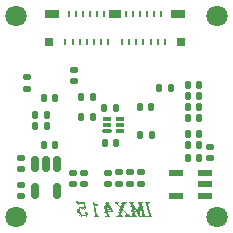
<source format=gbr>
%TF.GenerationSoftware,KiCad,Pcbnew,9.0.2*%
%TF.CreationDate,2025-10-20T10:27:04+08:00*%
%TF.ProjectId,IMX415,494d5834-3135-42e6-9b69-6361645f7063,rev?*%
%TF.SameCoordinates,Original*%
%TF.FileFunction,Soldermask,Bot*%
%TF.FilePolarity,Negative*%
%FSLAX46Y46*%
G04 Gerber Fmt 4.6, Leading zero omitted, Abs format (unit mm)*
G04 Created by KiCad (PCBNEW 9.0.2) date 2025-10-20 10:27:04*
%MOMM*%
%LPD*%
G01*
G04 APERTURE LIST*
G04 Aperture macros list*
%AMRoundRect*
0 Rectangle with rounded corners*
0 $1 Rounding radius*
0 $2 $3 $4 $5 $6 $7 $8 $9 X,Y pos of 4 corners*
0 Add a 4 corners polygon primitive as box body*
4,1,4,$2,$3,$4,$5,$6,$7,$8,$9,$2,$3,0*
0 Add four circle primitives for the rounded corners*
1,1,$1+$1,$2,$3*
1,1,$1+$1,$4,$5*
1,1,$1+$1,$6,$7*
1,1,$1+$1,$8,$9*
0 Add four rect primitives between the rounded corners*
20,1,$1+$1,$2,$3,$4,$5,0*
20,1,$1+$1,$4,$5,$6,$7,0*
20,1,$1+$1,$6,$7,$8,$9,0*
20,1,$1+$1,$8,$9,$2,$3,0*%
G04 Aperture macros list end*
%ADD10C,0.150000*%
%ADD11RoundRect,0.140000X-0.140000X-0.170000X0.140000X-0.170000X0.140000X0.170000X-0.140000X0.170000X0*%
%ADD12RoundRect,0.135000X-0.185000X0.135000X-0.185000X-0.135000X0.185000X-0.135000X0.185000X0.135000X0*%
%ADD13C,1.800000*%
%ADD14RoundRect,0.140000X0.170000X-0.140000X0.170000X0.140000X-0.170000X0.140000X-0.170000X-0.140000X0*%
%ADD15RoundRect,0.140000X0.140000X0.170000X-0.140000X0.170000X-0.140000X-0.170000X0.140000X-0.170000X0*%
%ADD16R,0.220000X0.520000*%
%ADD17R,0.700000X0.700000*%
%ADD18R,1.200000X0.700000*%
%ADD19R,1.000000X0.700000*%
%ADD20R,1.200000X0.600000*%
%ADD21RoundRect,0.135000X0.185000X-0.135000X0.185000X0.135000X-0.185000X0.135000X-0.185000X-0.135000X0*%
%ADD22RoundRect,0.070000X0.355000X-0.070000X0.355000X0.070000X-0.355000X0.070000X-0.355000X-0.070000X0*%
%ADD23RoundRect,0.070000X0.305000X-0.070000X0.305000X0.070000X-0.305000X0.070000X-0.305000X-0.070000X0*%
%ADD24RoundRect,0.150000X-0.150000X0.512500X-0.150000X-0.512500X0.150000X-0.512500X0.150000X0.512500X0*%
%ADD25RoundRect,0.140000X-0.170000X0.140000X-0.170000X-0.140000X0.170000X-0.140000X0.170000X0.140000X0*%
G04 APERTURE END LIST*
D10*
G36*
X166051933Y-117714819D02*
G01*
X165640195Y-117714819D01*
X165781728Y-117835475D01*
X165974618Y-118763177D01*
X165884841Y-118857876D01*
X166289594Y-118857876D01*
X166147506Y-118755160D01*
X165954218Y-117825632D01*
X166051933Y-117714819D01*
G37*
G36*
X165611618Y-117765384D02*
G01*
X165718859Y-117855003D01*
X165907940Y-118764606D01*
X165796254Y-118929000D01*
X166247920Y-118929000D01*
X166265463Y-118908678D01*
X165843326Y-118908678D01*
X165934135Y-118773576D01*
X165741482Y-117846985D01*
X165622732Y-117747603D01*
X165611618Y-117765384D01*
G37*
G36*
X164423872Y-117840794D02*
G01*
X164616683Y-118768098D01*
X164525159Y-118908678D01*
X164945629Y-118908678D01*
X164937612Y-118929000D01*
X164476420Y-118929000D01*
X164591520Y-118755636D01*
X164404424Y-117855876D01*
X164291309Y-117784038D01*
X164306470Y-117768877D01*
X164423872Y-117840794D01*
G37*
G36*
X164684155Y-117831030D02*
G01*
X165039773Y-118463760D01*
X165118040Y-117845239D01*
X164993177Y-117767130D01*
X165008180Y-117752048D01*
X165139949Y-117838095D01*
X165054537Y-118496702D01*
X165101847Y-118574017D01*
X165164319Y-118065992D01*
X165334189Y-118065992D01*
X165443256Y-118590845D01*
X165456909Y-118656571D01*
X165462682Y-118713174D01*
X165455768Y-118759419D01*
X165437665Y-118797968D01*
X165407932Y-118830649D01*
X165402931Y-118843985D01*
X165452729Y-118822163D01*
X165483358Y-118795566D01*
X165499694Y-118764050D01*
X165504980Y-118726259D01*
X165501866Y-118662689D01*
X165485168Y-118562428D01*
X165352605Y-117924935D01*
X165334189Y-118065992D01*
X165164319Y-118065992D01*
X165193212Y-117831030D01*
X165043107Y-117714819D01*
X165492233Y-117714819D01*
X165400391Y-117824759D01*
X165553037Y-118558856D01*
X165573921Y-118639394D01*
X165596812Y-118697008D01*
X165620826Y-118736744D01*
X165652499Y-118770628D01*
X165701050Y-118807573D01*
X165771250Y-118847954D01*
X165791571Y-118857876D01*
X165404122Y-118857876D01*
X165382531Y-118908678D01*
X165809034Y-118908678D01*
X165797603Y-118929000D01*
X165343318Y-118929000D01*
X165399915Y-118825331D01*
X165428508Y-118777974D01*
X165439366Y-118739204D01*
X165438264Y-118693662D01*
X165423808Y-118605927D01*
X165326092Y-118136083D01*
X165237029Y-118852796D01*
X165176304Y-118852796D01*
X164663675Y-117940970D01*
X164691934Y-118076708D01*
X165154952Y-118908678D01*
X165230520Y-118908678D01*
X165227821Y-118929000D01*
X165144394Y-118929000D01*
X164707572Y-118152039D01*
X164831879Y-118749841D01*
X164975079Y-118857876D01*
X164575406Y-118857876D01*
X164659786Y-118749841D01*
X164470229Y-117838095D01*
X164325680Y-117714819D01*
X164766074Y-117714819D01*
X164684155Y-117831030D01*
G37*
G36*
X163092766Y-117714819D02*
G01*
X163310344Y-117842540D01*
X163663501Y-118204032D01*
X163457195Y-118740871D01*
X163330427Y-118857876D01*
X163778680Y-118857876D01*
X163645482Y-118748016D01*
X163774473Y-118415735D01*
X164086908Y-118740871D01*
X163983636Y-118929000D01*
X164458719Y-118929000D01*
X164467609Y-118908678D01*
X164025469Y-118908678D01*
X164114691Y-118740871D01*
X163781934Y-118393351D01*
X163798048Y-118354137D01*
X164159064Y-118723805D01*
X164080955Y-118857876D01*
X164479596Y-118857876D01*
X164248524Y-118723805D01*
X163821386Y-118286268D01*
X163998242Y-117833650D01*
X164138584Y-117714819D01*
X163680012Y-117714819D01*
X163814718Y-117815869D01*
X163688188Y-118138862D01*
X163648419Y-118097902D01*
X163755898Y-117833650D01*
X163639925Y-117739665D01*
X163627463Y-117754668D01*
X163727242Y-117833650D01*
X163630876Y-118080201D01*
X163391072Y-117833650D01*
X163474897Y-117714819D01*
X163092766Y-117714819D01*
G37*
G36*
X163075462Y-117782212D02*
G01*
X163266130Y-117884214D01*
X163579756Y-118210461D01*
X163386072Y-118720709D01*
X163217471Y-118929000D01*
X163756930Y-118929000D01*
X163768360Y-118908678D01*
X163268829Y-118908678D01*
X163408536Y-118732299D01*
X163607539Y-118210461D01*
X163278592Y-117869132D01*
X163084829Y-117764511D01*
X163075462Y-117782212D01*
G37*
G36*
X162358829Y-117735140D02*
G01*
X162361369Y-117743078D01*
X162406036Y-117838881D01*
X162474991Y-117955496D01*
X162573866Y-118096632D01*
X162680084Y-118230485D01*
X162790432Y-118354356D01*
X162904956Y-118468681D01*
X162911465Y-118474873D01*
X162916069Y-118497178D01*
X162870902Y-118497178D01*
X162864393Y-118490987D01*
X162738915Y-118367731D01*
X162634424Y-118253796D01*
X162548703Y-118148467D01*
X162470214Y-118037603D01*
X162391648Y-117910323D01*
X162313107Y-117765066D01*
X162308979Y-117758002D01*
X162293103Y-117769432D01*
X162298977Y-117780942D01*
X162394954Y-117955970D01*
X162497437Y-118113986D01*
X162606279Y-118256184D01*
X162721468Y-118383615D01*
X162843120Y-118497178D01*
X162534733Y-118497178D01*
X162453369Y-118105999D01*
X162447654Y-118103379D01*
X162375619Y-118057394D01*
X162320269Y-118012578D01*
X162278974Y-117968832D01*
X162262383Y-117968832D01*
X162372244Y-118497178D01*
X162329697Y-118497178D01*
X162226980Y-118003282D01*
X162204675Y-118008601D01*
X162306280Y-118497178D01*
X162236128Y-118504447D01*
X162195943Y-118522103D01*
X162178440Y-118540921D01*
X162170406Y-118564669D01*
X162172130Y-118595767D01*
X162181544Y-118621074D01*
X162198166Y-118641568D01*
X162219931Y-118655294D01*
X162243650Y-118659746D01*
X162275642Y-118654096D01*
X162289297Y-118640515D01*
X162290404Y-118617358D01*
X162279371Y-118593465D01*
X162271830Y-118586400D01*
X162268575Y-118579335D01*
X162270195Y-118568855D01*
X162281167Y-118561542D01*
X162309455Y-118558141D01*
X162325013Y-118558141D01*
X162384945Y-118558141D01*
X162427650Y-118763733D01*
X162344779Y-118857876D01*
X162716510Y-118857876D01*
X162591250Y-118769130D01*
X162562198Y-118629265D01*
X163044266Y-118629265D01*
X163059110Y-118608944D01*
X162557991Y-118608944D01*
X162547433Y-118558141D01*
X163059030Y-118558141D01*
X163052680Y-118527660D01*
X163047282Y-118522341D01*
X162948870Y-118417792D01*
X162849863Y-118290651D01*
X162750246Y-118138068D01*
X162662309Y-117977358D01*
X162605734Y-117844557D01*
X162574343Y-117735140D01*
X162358829Y-117735140D01*
G37*
G36*
X162161096Y-118526310D02*
G01*
X162138070Y-118535326D01*
X162119660Y-118556633D01*
X162109903Y-118584419D01*
X162111008Y-118614976D01*
X162124101Y-118650592D01*
X162147046Y-118679591D01*
X162176818Y-118699235D01*
X162208009Y-118705468D01*
X162239496Y-118700924D01*
X162271830Y-118686656D01*
X162269607Y-118676019D01*
X162239910Y-118691001D01*
X162216344Y-118695308D01*
X162187572Y-118689817D01*
X162160778Y-118672764D01*
X162140258Y-118647342D01*
X162128551Y-118615770D01*
X162127757Y-118580526D01*
X162157048Y-118531708D01*
X162161096Y-118526310D01*
G37*
G36*
X162257938Y-118929000D02*
G01*
X162694840Y-118929000D01*
X162710636Y-118908678D01*
X162302390Y-118908678D01*
X162386691Y-118771274D01*
X162353987Y-118614024D01*
X162330570Y-118614024D01*
X162361607Y-118763177D01*
X162257938Y-118929000D01*
G37*
G36*
X161247921Y-117735140D02*
G01*
X161462006Y-118764923D01*
X161375403Y-118857876D01*
X161749754Y-118857876D01*
X161620129Y-118764923D01*
X161457164Y-117980898D01*
X161513603Y-118002700D01*
X161564722Y-118009474D01*
X161613535Y-118001472D01*
X161648773Y-117979154D01*
X161673868Y-117941288D01*
X161666883Y-117941288D01*
X161635667Y-117968171D01*
X161601172Y-117983841D01*
X161562103Y-117989153D01*
X161505977Y-117980647D01*
X161451687Y-117954464D01*
X161440335Y-117899931D01*
X161487270Y-117924224D01*
X161536048Y-117938604D01*
X161587504Y-117943431D01*
X161627558Y-117937949D01*
X161655770Y-117923110D01*
X161672894Y-117900130D01*
X161674344Y-117872625D01*
X161664167Y-117847089D01*
X161647874Y-117832471D01*
X161624018Y-117826585D01*
X161603646Y-117829868D01*
X161594629Y-117840181D01*
X161594410Y-117860083D01*
X161598776Y-117872387D01*
X161600919Y-117878578D01*
X161597608Y-117888533D01*
X161580439Y-117892628D01*
X161543382Y-117888164D01*
X161503012Y-117873935D01*
X161458196Y-117848017D01*
X161399110Y-117797611D01*
X161351272Y-117735140D01*
X161247921Y-117735140D01*
G37*
G36*
X161207279Y-117748476D02*
G01*
X161186243Y-117760065D01*
X161395486Y-118766352D01*
X161289436Y-118929000D01*
X161734196Y-118929000D01*
X161749119Y-118908678D01*
X161335555Y-118908678D01*
X161420411Y-118773576D01*
X161207279Y-117748476D01*
G37*
G36*
X160585186Y-117735140D02*
G01*
X160130901Y-117735140D01*
X160101451Y-117735140D01*
X160021174Y-117731093D01*
X159980557Y-117722043D01*
X159952846Y-117702740D01*
X159936660Y-117669812D01*
X159936496Y-117661806D01*
X159941344Y-117658937D01*
X159952219Y-117665366D01*
X159978493Y-117674177D01*
X160000232Y-117669430D01*
X160010008Y-117657105D01*
X160010006Y-117634012D01*
X160000376Y-117610791D01*
X159984277Y-117597633D01*
X159959760Y-117592893D01*
X159930753Y-117601006D01*
X159906973Y-117627026D01*
X159894241Y-117662643D01*
X159895701Y-117702516D01*
X159915093Y-117756152D01*
X159948041Y-117798494D01*
X159996274Y-117831427D01*
X160052914Y-117852373D01*
X160131335Y-117866819D01*
X160237506Y-117872307D01*
X160535495Y-117872307D01*
X160597411Y-118169978D01*
X160580344Y-118158389D01*
X160541131Y-118133464D01*
X160496361Y-117918030D01*
X160243619Y-117918030D01*
X160168923Y-117918030D01*
X160053268Y-117905091D01*
X159986657Y-117880169D01*
X159928008Y-117837142D01*
X159895674Y-117800208D01*
X159873583Y-117761932D01*
X159860615Y-117721725D01*
X159856877Y-117676353D01*
X159864346Y-117626868D01*
X159859187Y-117626868D01*
X159855218Y-117637425D01*
X159843022Y-117690403D01*
X159845375Y-117736252D01*
X159865284Y-117790803D01*
X159901342Y-117838960D01*
X159956426Y-117881912D01*
X160020266Y-117912673D01*
X160092766Y-117931709D01*
X160175750Y-117938351D01*
X160246079Y-117938351D01*
X160477151Y-117938351D01*
X160515174Y-118120922D01*
X160453782Y-118095508D01*
X160391808Y-118080507D01*
X160328554Y-118075517D01*
X160235614Y-118083555D01*
X160160365Y-118105912D01*
X160099278Y-118141101D01*
X160049855Y-118189267D01*
X160013600Y-118248032D01*
X159992170Y-118315713D01*
X159986032Y-118394785D01*
X159997385Y-118488367D01*
X160024262Y-118580180D01*
X160063436Y-118659733D01*
X160114842Y-118728759D01*
X160179242Y-118788419D01*
X160252900Y-118835815D01*
X160334483Y-118870047D01*
X160425397Y-118891186D01*
X160527398Y-118898518D01*
X160612239Y-118892870D01*
X160682386Y-118877144D01*
X160740348Y-118852646D01*
X160788158Y-118819933D01*
X160827732Y-118777513D01*
X160855092Y-118728448D01*
X160870873Y-118671277D01*
X160874364Y-118603863D01*
X160861822Y-118597592D01*
X160730064Y-118531692D01*
X160646229Y-118479953D01*
X160674011Y-118576001D01*
X160682867Y-118655155D01*
X160675132Y-118715304D01*
X160654008Y-118761431D01*
X160619066Y-118796787D01*
X160570122Y-118819128D01*
X160502235Y-118827394D01*
X160446373Y-118821553D01*
X160394622Y-118804241D01*
X160345817Y-118774985D01*
X160299184Y-118732299D01*
X160249255Y-118664519D01*
X160208531Y-118578689D01*
X160177972Y-118471142D01*
X160165233Y-118368099D01*
X160172065Y-118291389D01*
X160193927Y-118234275D01*
X160221459Y-118199093D01*
X160257350Y-118173722D01*
X160303421Y-118157585D01*
X160362608Y-118151721D01*
X160436636Y-118160729D01*
X160507901Y-118188030D01*
X160578156Y-118235568D01*
X160648531Y-118307145D01*
X160696872Y-118272456D01*
X160585186Y-117735140D01*
G37*
G36*
X160024295Y-118166406D02*
G01*
X159984986Y-118204011D01*
X159954458Y-118250669D01*
X159932533Y-118308018D01*
X159921251Y-118368909D01*
X159920074Y-118434432D01*
X159929754Y-118505672D01*
X159959086Y-118605824D01*
X160002296Y-118694169D01*
X160059487Y-118772347D01*
X160131615Y-118841445D01*
X160214265Y-118897490D01*
X160302834Y-118937248D01*
X160398578Y-118961385D01*
X160503108Y-118969642D01*
X160593858Y-118960992D01*
X160674808Y-118935844D01*
X160747992Y-118894311D01*
X160746325Y-118886214D01*
X160665926Y-118918655D01*
X160584539Y-118937847D01*
X160501283Y-118944240D01*
X160398894Y-118936406D01*
X160306616Y-118913679D01*
X160222733Y-118876567D01*
X160145903Y-118824696D01*
X160079169Y-118760349D01*
X160025609Y-118686150D01*
X159984547Y-118600872D01*
X159956108Y-118502735D01*
X159945102Y-118404790D01*
X159953753Y-118318942D01*
X159980450Y-118242318D01*
X160025565Y-118172677D01*
X160024295Y-118166406D01*
G37*
G36*
X160573994Y-118508450D02*
G01*
X160600586Y-118594894D01*
X160605434Y-118640752D01*
X160600494Y-118680964D01*
X160586456Y-118716978D01*
X160563898Y-118748213D01*
X160533304Y-118773358D01*
X160493186Y-118792706D01*
X160495409Y-118803422D01*
X160541836Y-118789809D01*
X160577861Y-118765824D01*
X160605507Y-118730790D01*
X160622559Y-118688835D01*
X160628616Y-118640115D01*
X160622415Y-118582431D01*
X160612110Y-118545487D01*
X160594394Y-118502258D01*
X160573994Y-118508450D01*
G37*
G36*
X160192737Y-118341913D02*
G01*
X160199563Y-118328498D01*
X160232350Y-118281101D01*
X160270814Y-118248885D01*
X160315873Y-118229565D01*
X160369593Y-118222845D01*
X160430574Y-118229511D01*
X160483581Y-118248801D01*
X160534229Y-118281947D01*
X160601062Y-118341913D01*
X160617890Y-118331197D01*
X160558528Y-118272897D01*
X160497101Y-118233414D01*
X160432627Y-118210282D01*
X160363560Y-118202524D01*
X160309086Y-118208515D01*
X160266065Y-118225193D01*
X160231877Y-118251938D01*
X160205102Y-118289919D01*
X160185751Y-118341913D01*
X160192737Y-118341913D01*
G37*
D11*
%TO.C,C22*%
X163194999Y-112690000D03*
X162234999Y-112690000D03*
%TD*%
D12*
%TO.C,R3*%
X163480000Y-115180001D03*
X163480000Y-116199999D03*
%TD*%
%TO.C,R4*%
X155655000Y-107090001D03*
X155655000Y-108109999D03*
%TD*%
D13*
%TO.C,J1*%
X154753700Y-101950271D03*
X154753700Y-118950271D03*
X171753700Y-101950271D03*
X171753700Y-118950271D03*
%TD*%
D14*
%TO.C,C21*%
X171160000Y-113990000D03*
X171160000Y-113030000D03*
%TD*%
D11*
%TO.C,C25*%
X169280000Y-113970000D03*
X170240000Y-113970000D03*
%TD*%
D15*
%TO.C,C24*%
X163184999Y-109730000D03*
X162224999Y-109730000D03*
%TD*%
D16*
%TO.C,J2*%
X167328700Y-104125000D03*
X167028700Y-101755000D03*
X166728700Y-104125000D03*
X166428700Y-101755000D03*
X166128700Y-104125000D03*
X165828700Y-101755000D03*
X165528700Y-104125000D03*
X165228700Y-101755000D03*
X164928700Y-104125000D03*
X164628700Y-101755000D03*
X164328701Y-104125000D03*
X164028701Y-101755000D03*
X163728701Y-104125000D03*
X162528699Y-104125000D03*
X162228699Y-101755000D03*
X161928699Y-104125000D03*
X161628700Y-101755000D03*
X161328700Y-104125000D03*
X161028700Y-101755000D03*
X160728700Y-104125000D03*
X160428700Y-101755000D03*
X160128700Y-104125000D03*
X159828700Y-101755000D03*
X159528700Y-104125000D03*
X159228700Y-101755000D03*
X158928700Y-104125000D03*
D17*
X168728700Y-104114999D03*
D18*
X168478700Y-101815000D03*
D19*
X163128700Y-101815000D03*
D18*
X157778700Y-101815000D03*
D17*
X157528700Y-104114999D03*
%TD*%
D11*
%TO.C,C2*%
X165260000Y-112060000D03*
X166220000Y-112060000D03*
%TD*%
%TO.C,C12*%
X157070000Y-108870000D03*
X158030000Y-108870000D03*
%TD*%
D15*
%TO.C,C17*%
X170240000Y-108730000D03*
X169280000Y-108730000D03*
%TD*%
D11*
%TO.C,C13*%
X169270000Y-112860000D03*
X170230000Y-112860000D03*
%TD*%
D14*
%TO.C,C10*%
X159560000Y-116180000D03*
X159560000Y-115220000D03*
%TD*%
%TO.C,C3*%
X162540000Y-116190000D03*
X162540000Y-115230000D03*
%TD*%
D20*
%TO.C,PS1*%
X170780000Y-115260000D03*
X170779999Y-116210000D03*
X170780000Y-117160000D03*
X168280000Y-117160000D03*
X168280000Y-115260000D03*
%TD*%
D15*
%TO.C,C7*%
X170240000Y-110570000D03*
X169280000Y-110570000D03*
%TD*%
D11*
%TO.C,C15*%
X166880000Y-108030000D03*
X167840000Y-108030000D03*
%TD*%
D12*
%TO.C,R1*%
X164420000Y-115190001D03*
X164420000Y-116209999D03*
%TD*%
D14*
%TO.C,C6*%
X159650000Y-107460000D03*
X159650000Y-106500000D03*
%TD*%
D15*
%TO.C,C16*%
X170240000Y-109650000D03*
X169280000Y-109650000D03*
%TD*%
D21*
%TO.C,R2*%
X165360000Y-116209999D03*
X165360000Y-115190001D03*
%TD*%
D11*
%TO.C,C1*%
X160278700Y-110492772D03*
X161238700Y-110492772D03*
%TD*%
D14*
%TO.C,C19*%
X160480000Y-116190000D03*
X160480000Y-115230000D03*
%TD*%
D22*
%TO.C,U3*%
X162479999Y-111709999D03*
D23*
X162430000Y-111210000D03*
X162429999Y-110710000D03*
X163579999Y-110710000D03*
X163579998Y-111210000D03*
X163579999Y-111710000D03*
%TD*%
D11*
%TO.C,C18*%
X157070000Y-112860000D03*
X158030000Y-112860000D03*
%TD*%
D24*
%TO.C,U2*%
X156347501Y-114452500D03*
X157297500Y-114452500D03*
X158247499Y-114452500D03*
X158247499Y-116727500D03*
X156347501Y-116727500D03*
%TD*%
D15*
%TO.C,C8*%
X170240000Y-107810000D03*
X169280000Y-107810000D03*
%TD*%
%TO.C,C4*%
X157330000Y-111270000D03*
X156370000Y-111270000D03*
%TD*%
D11*
%TO.C,C5*%
X169270000Y-111940000D03*
X170230000Y-111940000D03*
%TD*%
%TO.C,C11*%
X165240000Y-109670000D03*
X166200000Y-109670000D03*
%TD*%
D15*
%TO.C,C14*%
X157330000Y-110350000D03*
X156370000Y-110350000D03*
%TD*%
D11*
%TO.C,C9*%
X160278700Y-108842772D03*
X161238700Y-108842772D03*
%TD*%
D14*
%TO.C,C23*%
X155130000Y-117229999D03*
X155130000Y-116269999D03*
%TD*%
D25*
%TO.C,C20*%
X155140001Y-113969999D03*
X155140001Y-114929999D03*
%TD*%
M02*

</source>
